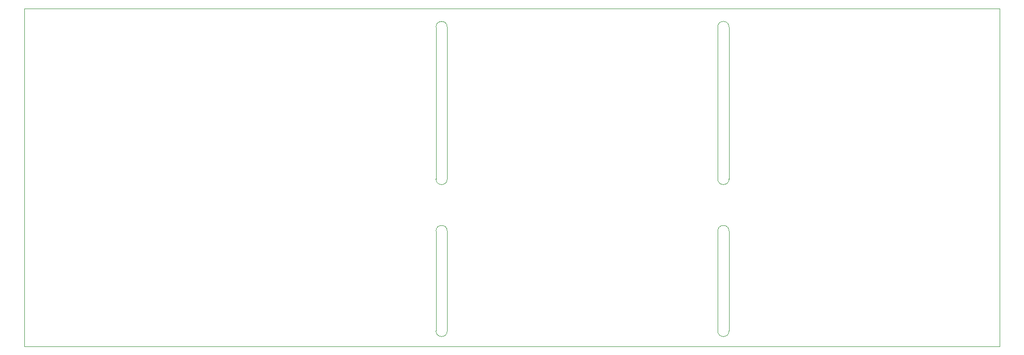
<source format=gm1>
%TF.GenerationSoftware,KiCad,Pcbnew,9.0.0+dfsg-1*%
%TF.CreationDate,2025-03-20T12:50:08+01:00*%
%TF.ProjectId,relays-array-6,72656c61-7973-42d6-9172-7261792d362e,1.0*%
%TF.SameCoordinates,Original*%
%TF.FileFunction,Profile,NP*%
%FSLAX46Y46*%
G04 Gerber Fmt 4.6, Leading zero omitted, Abs format (unit mm)*
G04 Created by KiCad (PCBNEW 9.0.0+dfsg-1) date 2025-03-20 12:50:08*
%MOMM*%
%LPD*%
G01*
G04 APERTURE LIST*
%TA.AperFunction,Profile*%
%ADD10C,0.050000*%
%TD*%
G04 APERTURE END LIST*
D10*
X159000000Y-124000000D02*
X159000000Y-106250000D01*
X111000000Y-106250000D02*
X111000000Y-124000000D01*
X109000000Y-124000000D02*
X109000000Y-106250000D01*
X109000000Y-70000000D02*
G75*
G02*
X111000000Y-70000000I1000000J0D01*
G01*
X161000000Y-106250000D02*
X161000000Y-124000000D01*
X109000000Y-97000000D02*
X109000000Y-70000000D01*
X159000000Y-97000000D02*
X159000000Y-70000000D01*
X36000000Y-66750000D02*
X209000000Y-66750000D01*
X209000000Y-126750000D01*
X36000000Y-126750000D01*
X36000000Y-66750000D01*
X111000000Y-124000000D02*
G75*
G02*
X109000000Y-124000000I-1000000J0D01*
G01*
X161000000Y-97000000D02*
G75*
G02*
X159000000Y-97000000I-1000000J0D01*
G01*
X161000000Y-70000000D02*
X161000000Y-97000000D01*
X159000000Y-70000000D02*
G75*
G02*
X161000000Y-70000000I1000000J0D01*
G01*
X111000000Y-70000000D02*
X111000000Y-97000000D01*
X111000000Y-97000000D02*
G75*
G02*
X109000000Y-97000000I-1000000J0D01*
G01*
X161000000Y-124000000D02*
G75*
G02*
X159000000Y-124000000I-1000000J0D01*
G01*
X159000000Y-106250000D02*
G75*
G02*
X161000000Y-106250000I1000000J0D01*
G01*
X109000000Y-106250000D02*
G75*
G02*
X111000000Y-106250000I1000000J0D01*
G01*
M02*

</source>
